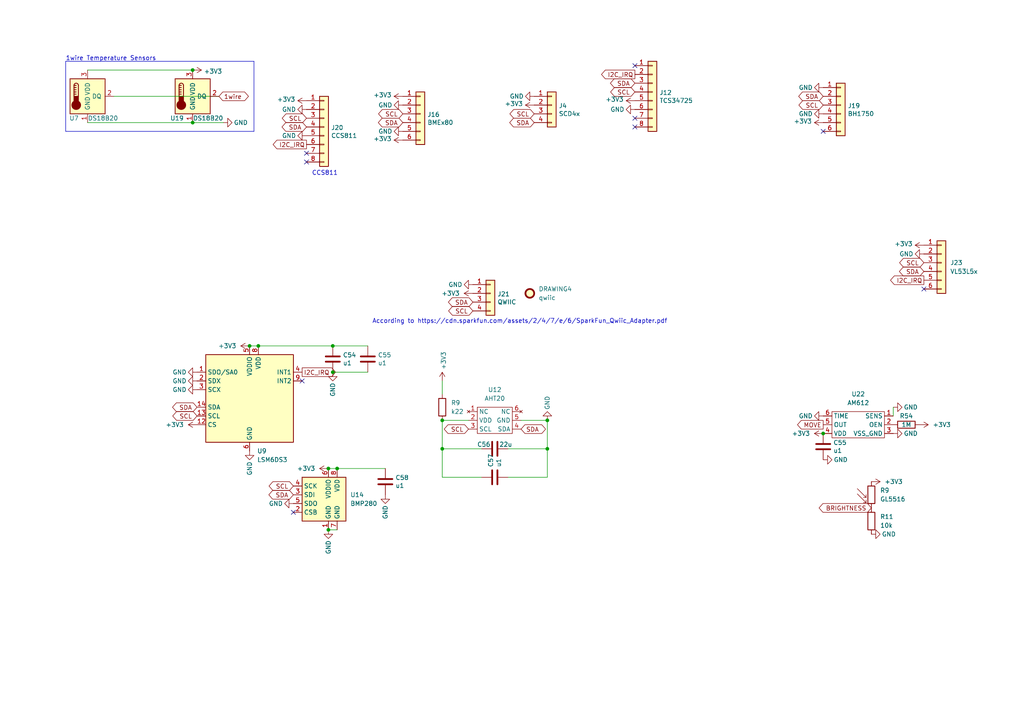
<source format=kicad_sch>
(kicad_sch (version 20231120) (generator "eeschema") (generator_version "8.0")
  (paper "A4")
  (lib_symbols
    (symbol "Connector_Generic:Conn_01x04" (pin_names (offset 1.016) hide)
      (property "Reference" "J" (at 0 5.08 0))
      (property "Value" "Conn_01x04" (at 0 -7.62 0))
      (symbol "Conn_01x04_1_1"
        (rectangle (start -1.27 -4.953) (end 0 -5.207) (stroke (width 0.1524)))
        (rectangle (start -1.27 -2.413) (end 0 -2.667) (stroke (width 0.1524)))
        (rectangle (start -1.27 0.127) (end 0 -0.127) (stroke (width 0.1524)))
        (rectangle (start -1.27 2.667) (end 0 2.413) (stroke (width 0.1524)))
        (rectangle (start -1.27 3.81) (end 1.27 -6.35) (stroke (width 0.254)) (fill (type background)))
        (pin passive line (at -5.08 2.54 0) (length 3.81) (name "Pin_1") (number "1"))
        (pin passive line (at -5.08 0 0) (length 3.81) (name "Pin_2") (number "2"))
        (pin passive line (at -5.08 -2.54 0) (length 3.81) (name "Pin_3") (number "3"))
        (pin passive line (at -5.08 -5.08 0) (length 3.81) (name "Pin_4") (number "4"))
      )
    )
    (symbol "Connector_Generic:Conn_01x06" (pin_names (offset 1.016) hide)
      (property "Reference" "J" (at 0 7.62 0))
      (property "Value" "Conn_01x06" (at 0 -10.16 0))
      (symbol "Conn_01x06_1_1"
        (rectangle (start -1.27 -7.493) (end 0 -7.747) (stroke (width 0.1524)))
        (rectangle (start -1.27 -4.953) (end 0 -5.207) (stroke (width 0.1524)))
        (rectangle (start -1.27 -2.413) (end 0 -2.667) (stroke (width 0.1524)))
        (rectangle (start -1.27 0.127) (end 0 -0.127) (stroke (width 0.1524)))
        (rectangle (start -1.27 2.667) (end 0 2.413) (stroke (width 0.1524)))
        (rectangle (start -1.27 5.207) (end 0 4.953) (stroke (width 0.1524)))
        (rectangle (start -1.27 6.35) (end 1.27 -8.89) (stroke (width 0.254)) (fill (type background)))
        (pin passive line (at -5.08 5.08 0) (length 3.81) (name "Pin_1") (number "1"))
        (pin passive line (at -5.08 2.54 0) (length 3.81) (name "Pin_2") (number "2"))
        (pin passive line (at -5.08 0 0) (length 3.81) (name "Pin_3") (number "3"))
        (pin passive line (at -5.08 -2.54 0) (length 3.81) (name "Pin_4") (number "4"))
        (pin passive line (at -5.08 -5.08 0) (length 3.81) (name "Pin_5") (number "5"))
        (pin passive line (at -5.08 -7.62 0) (length 3.81) (name "Pin_6") (number "6"))
      )
    )
    (symbol "Connector_Generic:Conn_01x08" (pin_names (offset 1.016) hide)
      (property "Reference" "J" (at 0 10.16 0))
      (property "Value" "Conn_01x08" (at 0 -12.7 0))
      (symbol "Conn_01x08_1_1"
        (rectangle (start -1.27 -10.033) (end 0 -10.287) (stroke (width 0.1524)))
        (rectangle (start -1.27 -7.493) (end 0 -7.747) (stroke (width 0.1524)))
        (rectangle (start -1.27 -4.953) (end 0 -5.207) (stroke (width 0.1524)))
        (rectangle (start -1.27 -2.413) (end 0 -2.667) (stroke (width 0.1524)))
        (rectangle (start -1.27 0.127) (end 0 -0.127) (stroke (width 0.1524)))
        (rectangle (start -1.27 2.667) (end 0 2.413) (stroke (width 0.1524)))
        (rectangle (start -1.27 5.207) (end 0 4.953) (stroke (width 0.1524)))
        (rectangle (start -1.27 7.747) (end 0 7.493) (stroke (width 0.1524)))
        (rectangle (start -1.27 8.89) (end 1.27 -11.43) (stroke (width 0.254)) (fill (type background)))
        (pin passive line (at -5.08 7.62 0) (length 3.81) (name "Pin_1") (number "1"))
        (pin passive line (at -5.08 5.08 0) (length 3.81) (name "Pin_2") (number "2"))
        (pin passive line (at -5.08 2.54 0) (length 3.81) (name "Pin_3") (number "3"))
        (pin passive line (at -5.08 0 0) (length 3.81) (name "Pin_4") (number "4"))
        (pin passive line (at -5.08 -2.54 0) (length 3.81) (name "Pin_5") (number "5"))
        (pin passive line (at -5.08 -5.08 0) (length 3.81) (name "Pin_6") (number "6"))
        (pin passive line (at -5.08 -7.62 0) (length 3.81) (name "Pin_7") (number "7"))
        (pin passive line (at -5.08 -10.16 0) (length 3.81) (name "Pin_8") (number "8"))
      )
    )
    (symbol "Device:C" (pin_numbers hide) (pin_names (offset 0.254))
      (property "Reference" "C" (at 0.635 2.54 0))
      (property "Value" "C" (at 0.635 -2.54 0))
      (symbol "C_0_1"
        (polyline (pts (xy -2.032 -0.762) (xy 2.032 -0.762)) (stroke (width 0.508)))
        (polyline (pts (xy -2.032 0.762) (xy 2.032 0.762)) (stroke (width 0.508)))
      )
      (symbol "C_1_1"
        (pin passive line (at 0 3.81 270) (length 2.794) (name "~") (number "1"))
        (pin passive line (at 0 -3.81 90) (length 2.794) (name "~") (number "2"))
      )
    )
    (symbol "Device:R" (pin_numbers hide) (pin_names (offset 0))
      (property "Reference" "R" (at 2.032 0 90))
      (property "Value" "R" (at 0 0 90))
      (symbol "R_0_1"
        (rectangle (start -1.016 -2.54) (end 1.016 2.54) (stroke (width 0.254)))
      )
      (symbol "R_1_1"
        (pin passive line (at 0 3.81 270) (length 1.27) (name "~") (number "1"))
        (pin passive line (at 0 -3.81 90) (length 1.27) (name "~") (number "2"))
      )
    )
    (symbol "Device:R_Photo" (pin_numbers hide) (pin_names (offset 0))
      (property "Reference" "R" (at 1.27 1.27 0))
      (property "Value" "R_Photo" (at 1.27 0 0))
      (symbol "R_Photo_0_1"
        (rectangle (start -1.016 2.54) (end 1.016 -2.54) (stroke (width 0.254)))
        (polyline (pts (xy -1.524 -2.286) (xy -4.064 0.254)))
        (polyline (pts (xy -1.524 -2.286) (xy -2.286 -2.286)))
        (polyline (pts (xy -1.524 -2.286) (xy -1.524 -1.524)))
        (polyline (pts (xy -1.524 -0.762) (xy -4.064 1.778)))
        (polyline (pts (xy -1.524 -0.762) (xy -2.286 -0.762)))
        (polyline (pts (xy -1.524 -0.762) (xy -1.524 0)))
      )
      (symbol "R_Photo_1_1"
        (pin passive line (at 0 3.81 270) (length 1.27) (name "~") (number "1"))
        (pin passive line (at 0 -3.81 90) (length 1.27) (name "~") (number "2"))
      )
    )
    (symbol "Mechanical:Fiducial" (exclude_from_sim yes) (in_bom no)
      (property "Reference" "FID" (at 0 5.08 0))
      (property "Value" "Fiducial" (at 0 3.175 0))
      (symbol "Fiducial_0_1"
        (circle (center 0 0) (radius 1.27) (stroke (width 0.508)) (fill (type background)))
      )
    )
    (symbol "Sensor_Motion:LSM6DS3"
      (property "Reference" "U" (at -11.43 15.24 0))
      (property "Value" "LSM6DS3" (at -11.43 12.7 0))
      (symbol "LSM6DS3_0_1"
        (rectangle (start -12.7 12.7) (end 12.7 -12.7) (stroke (width 0.254)) (fill (type background)))
      )
      (symbol "LSM6DS3_1_1"
        (pin bidirectional line (at -15.24 7.62 0) (length 2.54) (name "SDO/SA0") (number "1"))
        (pin no_connect line (at 12.7 -5.08 180) (length 3.81) hide (name "NC") (number "10"))
        (pin no_connect line (at 12.7 -2.54 180) (length 3.81) hide (name "NC") (number "11"))
        (pin input line (at -15.24 -7.62 0) (length 2.54) (name "CS") (number "12"))
        (pin input line (at -15.24 -5.08 0) (length 2.54) (name "SCL") (number "13"))
        (pin bidirectional line (at -15.24 -2.54 0) (length 2.54) (name "SDA") (number "14"))
        (pin bidirectional line (at -15.24 5.08 0) (length 2.54) (name "SDX") (number "2"))
        (pin input line (at -15.24 2.54 0) (length 2.54) (name "SCX") (number "3"))
        (pin output line (at 15.24 7.62 180) (length 2.54) (name "INT1") (number "4"))
        (pin power_in line (at 0 15.24 270) (length 2.54) (name "VDDIO") (number "5"))
        (pin power_in line (at 0 -15.24 90) (length 2.54) (name "GND") (number "6"))
        (pin passive line (at 0 -15.24 90) (length 2.54) hide (name "GND") (number "7"))
        (pin power_in line (at 2.54 15.24 270) (length 2.54) (name "VDD") (number "8"))
        (pin output line (at 15.24 5.08 180) (length 2.54) (name "INT2") (number "9"))
      )
    )
    (symbol "Sensor_Pressure:BMP280"
      (property "Reference" "U" (at -7.62 10.16 0))
      (property "Value" "BMP280" (at 5.08 10.16 0))
      (symbol "BMP280_0_1"
        (rectangle (start -7.62 -5.08) (end 5.08 7.62) (stroke (width 0.254)) (fill (type background)))
      )
      (symbol "BMP280_1_1"
        (pin power_in line (at 0 -7.62 90) (length 2.54) (name "GND") (number "1"))
        (pin input line (at -10.16 -2.54 0) (length 2.54) (name "CSB") (number "2"))
        (pin bidirectional line (at -10.16 2.54 0) (length 2.54) (name "SDI") (number "3"))
        (pin input line (at -10.16 5.08 0) (length 2.54) (name "SCK") (number "4"))
        (pin bidirectional line (at -10.16 0 0) (length 2.54) (name "SDO") (number "5"))
        (pin power_in line (at 0 10.16 270) (length 2.54) (name "VDDIO") (number "6"))
        (pin power_in line (at 2.54 -7.62 90) (length 2.54) (name "GND") (number "7"))
        (pin power_in line (at 2.54 10.16 270) (length 2.54) (name "VDD") (number "8"))
      )
    )
    (symbol "Sensor_Temperature:DS18B20" (pin_names (offset 1.016))
      (property "Reference" "U" (at -3.81 6.35 0))
      (property "Value" "DS18B20" (at 6.35 6.35 0))
      (symbol "DS18B20_0_1"
        (rectangle (start -5.08 5.08) (end 5.08 -5.08) (stroke (width 0.254)) (fill (type background)))
        (circle (center -3.302 -2.54) (radius 1.27) (stroke (width 0.254)) (fill (type outline)))
        (rectangle (start -2.667 -1.905) (end -3.937 0) (stroke (width 0.254)) (fill (type outline)))
        (arc (start -2.667 3.175) (mid -3.302 3.8073) (end -3.937 3.175) (stroke (width 0.254)))
        (polyline (pts (xy -3.937 0.635) (xy -3.302 0.635)) (stroke (width 0.254)))
        (polyline (pts (xy -3.937 1.27) (xy -3.302 1.27)) (stroke (width 0.254)))
        (polyline (pts (xy -3.937 1.905) (xy -3.302 1.905)) (stroke (width 0.254)))
        (polyline (pts (xy -3.937 2.54) (xy -3.302 2.54)) (stroke (width 0.254)))
        (polyline (pts (xy -3.937 3.175) (xy -3.937 0)) (stroke (width 0.254)))
        (polyline (pts (xy -3.937 3.175) (xy -3.302 3.175)) (stroke (width 0.254)))
        (polyline (pts (xy -2.667 3.175) (xy -2.667 0)) (stroke (width 0.254)))
      )
      (symbol "DS18B20_1_1"
        (pin power_in line (at 0 -7.62 90) (length 2.54) (name "GND") (number "1"))
        (pin bidirectional line (at 7.62 0 180) (length 2.54) (name "DQ") (number "2"))
        (pin power_in line (at 0 7.62 270) (length 2.54) (name "VDD") (number "3"))
      )
    )
    (symbol "liebler_SEMICONDUCTORS:AHT21"
      (property "Reference" "U" (at 0 7.62 0))
      (property "Value" "AHT21" (at 0 5.08 0))
      (symbol "AHT21_0_1"
        (rectangle (start -5.08 3.81) (end 5.08 -3.81))
      )
      (symbol "AHT21_1_1"
        (pin no_connect line (at -7.62 2.54 0) (length 2.54) (name "NC") (number "1"))
        (pin power_in line (at -7.62 0 0) (length 2.54) (name "VDD") (number "2"))
        (pin bidirectional line (at -7.62 -2.54 0) (length 2.54) (name "SCL") (number "3"))
        (pin bidirectional line (at 7.62 -2.54 180) (length 2.54) (name "SDA") (number "4"))
        (pin power_in line (at 7.62 0 180) (length 2.54) (name "GND") (number "5"))
        (pin no_connect line (at 7.62 2.54 180) (length 2.54) (name "NC") (number "6"))
      )
    )
    (symbol "liebler_SEMICONDUCTORS:AM612"
      (property "Reference" "U" (at 0 7.62 0))
      (property "Value" "AM612" (at 0 5.08 0))
      (symbol "AM612_0_1"
        (rectangle (start -7.62 3.81) (end 7.62 -3.81))
      )
      (symbol "AM612_1_1"
        (pin input line (at 10.16 2.54 180) (length 2.54) (name "SENS") (number "1"))
        (pin input line (at 10.16 0 180) (length 2.54) (name "OEN") (number "2"))
        (pin power_in line (at 10.16 -2.54 180) (length 2.54) (name "VSS_GND") (number "3"))
        (pin power_in line (at -10.16 -2.54 0) (length 2.54) (name "VDD") (number "4"))
        (pin output line (at -10.16 0 0) (length 2.54) (name "OUT") (number "5"))
        (pin input line (at -10.16 2.54 0) (length 2.54) (name "TIME") (number "6"))
      )
    )
    (symbol "power:+3V3" (power) (pin_names (offset 0))
      (property "Value" "+3V3" (at 0 3.556 0))
      (symbol "+3V3_0_1"
        (polyline (pts (xy -0.762 1.27) (xy 0 2.54)))
        (polyline (pts (xy 0 0) (xy 0 2.54)))
        (polyline (pts (xy 0 2.54) (xy 0.762 1.27)))
      )
      (symbol "+3V3_1_1"
        (pin power_in line (at 0 0 90) (length 0) hide (name "+3V3") (number "1"))
      )
    )
    (symbol "power:GND" (power) (pin_names (offset 0))
      (property "Value" "GND" (at 0 -3.81 0))
      (symbol "GND_0_1"
        (polyline (pts (xy 0 0) (xy 0 -1.27) (xy 1.27 -1.27) (xy 0 -2.54) (xy -1.27 -1.27) (xy 0 -1.27)))
      )
      (symbol "GND_1_1"
        (pin power_in line (at 0 0 270) (length 0) hide (name "GND") (number "1"))
      )
    )
  )
  (junction (at 158.75 130.175))
  (junction (at 95.25 135.89))
  (junction (at 72.39 100.33))
  (junction (at 55.88 35.56))
  (junction (at 74.93 100.33))
  (junction (at 55.88 20.32))
  (junction (at 96.52 100.33))
  (junction (at 238.76 125.73))
  (junction (at 96.52 107.95))
  (junction (at 128.27 121.92))
  (junction (at 128.27 130.175))
  (junction (at 97.79 135.89))
  (junction (at 95.25 153.67))
  (junction (at 158.75 121.92))
  (no_connect (at 238.76 38.1))
  (no_connect (at 87.63 110.49))
  (no_connect (at 184.15 19.05))
  (no_connect (at 184.15 36.83))
  (no_connect (at 85.09 148.59))
  (no_connect (at 88.9 44.45))
  (no_connect (at 88.9 46.99))
  (no_connect (at 267.97 83.82))
  (no_connect (at 184.15 34.29))
  (wire (pts (xy 72.39 100.33) (xy 74.93 100.33)))
  (wire (pts (xy 74.93 100.33) (xy 96.52 100.33)))
  (wire (pts (xy 25.4 20.32) (xy 55.88 20.32)))
  (wire (pts (xy 147.32 138.43) (xy 158.75 138.43)))
  (wire (pts (xy 96.52 107.95) (xy 106.68 107.95)))
  (polyline (pts (xy 73.66 38.1) (xy 19.05 38.1)))
  (polyline (pts (xy 19.05 38.1) (xy 19.05 17.78)))
  (wire (pts (xy 128.27 130.175) (xy 139.7 130.175)))
  (wire (pts (xy 33.02 27.94) (xy 63.5 27.94)))
  (wire (pts (xy 95.25 153.67) (xy 97.79 153.67)))
  (wire (pts (xy 97.79 135.89) (xy 111.76 135.89)))
  (wire (pts (xy 128.27 121.92) (xy 128.27 130.175)))
  (wire (pts (xy 259.08 118.11) (xy 259.08 120.65)))
  (wire (pts (xy 139.7 138.43) (xy 128.27 138.43)))
  (wire (pts (xy 158.75 121.92) (xy 158.75 130.175)))
  (wire (pts (xy 135.89 121.92) (xy 128.27 121.92)))
  (wire (pts (xy 128.27 130.175) (xy 128.27 138.43)))
  (wire (pts (xy 151.13 121.92) (xy 158.75 121.92)))
  (wire (pts (xy 95.25 135.89) (xy 97.79 135.89)))
  (wire (pts (xy 158.75 130.175) (xy 147.32 130.175)))
  (wire (pts (xy 158.75 130.175) (xy 158.75 138.43)))
  (polyline (pts (xy 19.05 17.78) (xy 73.66 17.78)))
  (wire (pts (xy 25.4 35.56) (xy 55.88 35.56)))
  (wire (pts (xy 64.77 35.56) (xy 55.88 35.56)))
  (wire (pts (xy 128.27 110.49) (xy 128.27 114.3)))
  (wire (pts (xy 96.52 100.33) (xy 106.68 100.33)))
  (polyline (pts (xy 73.66 17.78) (xy 73.66 38.1)))
  (text "According to https://cdn.sparkfun.com/assets/2/4/7/e/6/SparkFun_Qwiic_Adapter.pdf" (at 107.95 93.98 0) (effects (font (size 1.27 1.27)) (justify left bottom)))
  (text "CCS811" (at 94.234 50.292 0) (effects (font (size 1.27 1.27))))
  (text "1wire Temperature Sensors" (at 19.05 17.78 0) (effects (font (size 1.27 1.27)) (justify left bottom)))
  (global_label "SCL" (shape bidirectional) (at 267.97 76.2 180) (property "Intersheetrefs" "${INTERSHEET_REFS}" (effects (hide yes))))
  (global_label "SCL" (shape bidirectional) (at 85.09 140.97 180) (property "Intersheetrefs" "${INTERSHEET_REFS}" (effects (hide yes))))
  (global_label "SCL" (shape bidirectional) (at 154.94 33.02 180) (property "Intersheetrefs" "${INTERSHEET_REFS}" (effects (hide yes))))
  (global_label "SCL" (shape bidirectional) (at 116.84 33.02 180) (property "Intersheetrefs" "${INTERSHEET_REFS}" (effects (hide yes))))
  (global_label "SDA" (shape bidirectional) (at 184.15 24.13 180) (property "Intersheetrefs" "${INTERSHEET_REFS}" (effects (hide yes))))
  (global_label "MOVE" (shape output) (at 238.76 123.19 180) (property "Intersheetrefs" "${INTERSHEET_REFS}" (effects (hide yes))))
  (global_label "SDA" (shape bidirectional) (at 151.13 124.46 0) (property "Intersheetrefs" "${INTERSHEET_REFS}" (effects (hide yes))))
  (global_label "SCL" (shape bidirectional) (at 238.76 30.48 180) (property "Intersheetrefs" "${INTERSHEET_REFS}" (effects (hide yes))))
  (global_label "I2C_IRQ" (shape output) (at 87.63 107.95 0) (property "Intersheetrefs" "${INTERSHEET_REFS}" (effects (hide yes))))
  (global_label "SDA" (shape bidirectional) (at 154.94 35.56 180) (property "Intersheetrefs" "${INTERSHEET_REFS}" (effects (hide yes))))
  (global_label "SCL" (shape bidirectional) (at 184.15 26.67 180) (property "Intersheetrefs" "${INTERSHEET_REFS}" (effects (hide yes))))
  (global_label "SCL" (shape bidirectional) (at 88.9 34.29 180) (property "Intersheetrefs" "${INTERSHEET_REFS}" (effects (hide yes))))
  (global_label "SDA" (shape bidirectional) (at 267.97 78.74 180) (property "Intersheetrefs" "${INTERSHEET_REFS}" (effects (hide yes))))
  (global_label "SDA" (shape bidirectional) (at 238.76 27.94 180) (property "Intersheetrefs" "${INTERSHEET_REFS}" (effects (hide yes))))
  (global_label "BRIGHTNESS" (shape bidirectional) (at 252.73 147.32 180) (property "Intersheetrefs" "${INTERSHEET_REFS}" (effects (hide yes))))
  (global_label "SCL" (shape bidirectional) (at 137.16 90.17 180) (property "Intersheetrefs" "${INTERSHEET_REFS}" (effects (hide yes))))
  (global_label "SCL" (shape bidirectional) (at 57.15 120.65 180) (property "Intersheetrefs" "${INTERSHEET_REFS}" (effects (hide yes))))
  (global_label "SDA" (shape bidirectional) (at 85.09 143.51 180) (property "Intersheetrefs" "${INTERSHEET_REFS}" (effects (hide yes))))
  (global_label "SDA" (shape bidirectional) (at 137.16 87.63 180) (property "Intersheetrefs" "${INTERSHEET_REFS}" (effects (hide yes))))
  (global_label "1wire" (shape bidirectional) (at 63.5 27.94 0) (property "Intersheetrefs" "${INTERSHEET_REFS}" (effects (hide yes))))
  (global_label "SDA" (shape bidirectional) (at 88.9 36.83 180) (property "Intersheetrefs" "${INTERSHEET_REFS}" (effects (hide yes))))
  (global_label "SDA" (shape bidirectional) (at 57.15 118.11 180) (property "Intersheetrefs" "${INTERSHEET_REFS}" (effects (hide yes))))
  (global_label "SDA" (shape bidirectional) (at 116.84 35.56 180) (property "Intersheetrefs" "${INTERSHEET_REFS}" (effects (hide yes))))
  (global_label "SCL" (shape bidirectional) (at 135.89 124.46 180) (property "Intersheetrefs" "${INTERSHEET_REFS}" (effects (hide yes))))
  (global_label "I2C_IRQ" (shape output) (at 184.15 21.59 180) (property "Intersheetrefs" "${INTERSHEET_REFS}" (effects (hide yes))))
  (global_label "I2C_IRQ" (shape output) (at 88.9 41.91 180) (property "Intersheetrefs" "${INTERSHEET_REFS}" (effects (hide yes))))
  (global_label "I2C_IRQ" (shape output) (at 267.97 81.28 180) (property "Intersheetrefs" "${INTERSHEET_REFS}" (effects (hide yes))))
  (symbol (lib_id "Connector_Generic:Conn_01x04") (at 160.02 30.48 0) (unit 1)
    (property "Reference" "J4" (at 162.052 30.6832 0) (effects (justify left)))
    (property "Value" "SCD4x" (at 162.052 32.9946 0) (effects (justify left)))
    (property "Footprint" "Connector_PinSocket_2.54mm:PinSocket_1x04_P2.54mm_Vertical" (effects (hide yes)))
  )
  (symbol (lib_id "power:GND") (at 57.15 107.95 270) (unit 1)
    (property "Reference" "#PWR0142" (effects (hide yes)))
    (property "Value" "GND" (at 52.07 107.95 90))
  )
  (symbol (lib_id "Device:C") (at 238.76 129.54 180) (unit 1)
    (property "Reference" "C55" (at 241.681 128.3716 0) (effects (justify right)))
    (property "Value" "u1" (at 241.681 130.683 0) (effects (justify right)))
    (property "Footprint" "Capacitor_SMD:C_0603_1608Metric" (effects (hide yes)))
    (property "Option" "MS4525DO" (effects (hide yes)))
    (instances (project "pcbV10" (path "" (reference "C55") (unit 1))) (project "labathome_pcb15" (path "" (reference "C60") (unit 1))))
  )
  (symbol (lib_id "power:GND") (at 88.9 39.37 270) (unit 1)
    (property "Reference" "#PWR0159" (effects (hide yes)))
    (property "Value" "GND" (at 83.82 39.37 90))
  )
  (symbol (lib_id "power:+3V3") (at 266.7 123.19 270) (unit 1)
    (property "Reference" "#PWR0180" (effects (hide yes)))
    (property "Value" "+3V3" (at 270.51 123.19 90) (effects (justify left)))
    (instances (project "pcbV10" (path "" (reference "#PWR0180") (unit 1))) (project "labathome_pcb15" (path "" (reference "#PWR0152") (unit 1))))
  )
  (symbol (lib_id "power:+3V3") (at 72.39 100.33 90) (unit 1)
    (property "Reference" "#PWR0140" (effects (hide yes)))
    (property "Value" "+3V3" (at 68.58 100.33 90) (effects (justify left)))
  )
  (symbol (lib_id "power:+3V3") (at 252.73 139.7 270) (unit 1)
    (property "Reference" "#PWR0194" (effects (hide yes)))
    (property "Value" "+3V3" (at 256.54 139.7 90) (effects (justify left)))
  )
  (symbol (lib_id "power:GND") (at 57.15 113.03 270) (unit 1)
    (property "Reference" "#PWR0144" (effects (hide yes)))
    (property "Value" "GND" (at 52.07 113.03 90))
  )
  (symbol (lib_id "power:GND") (at 116.84 30.48 270) (unit 1)
    (property "Reference" "#PWR040" (effects (hide yes)))
    (property "Value" "GND" (at 111.76 30.48 90))
    (instances (project "pcbV10" (path "" (reference "#PWR040") (unit 1))) (project "labathome_pcb15" (path "" (reference "#PWR0130") (unit 1))))
  )
  (symbol (lib_id "power:GND") (at 259.08 118.11 90) (unit 1)
    (property "Reference" "#PWR0179" (effects (hide yes)))
    (property "Value" "GND" (at 264.16 118.11 90))
    (instances (project "pcbV10" (path "" (reference "#PWR0179") (unit 1))) (project "labathome_pcb15" (path "" (reference "#PWR0150") (unit 1))))
  )
  (symbol (lib_id "power:+3V3") (at 137.16 85.09 90) (unit 1)
    (property "Reference" "#PWR054" (effects (hide yes)))
    (property "Value" "+3V3" (at 133.35 85.09 90) (effects (justify left)))
    (instances (project "pcbV10" (path "" (reference "#PWR054") (unit 1))) (project "labathome_pcb15" (path "" (reference "#PWR0132") (unit 1))))
  )
  (symbol (lib_id "Device:C") (at 143.51 138.43 270) (unit 1)
    (property "Reference" "C57" (at 142.3416 135.509 0) (effects (justify right)))
    (property "Value" "u1" (at 144.653 135.509 0) (effects (justify right)))
    (property "Footprint" "Capacitor_SMD:C_0402_1005Metric" (effects (hide yes)))
    (property "Option" "MS4525DO" (effects (hide yes)))
  )
  (symbol (lib_id "Sensor_Pressure:BMP280") (at 95.25 146.05 0) (unit 1)
    (property "Reference" "U14" (at 101.6 143.5099 0) (effects (justify left)))
    (property "Value" "BMP280" (at 101.6 146.0499 0) (effects (justify left)))
    (property "Footprint" "Package_LGA:Bosch_LGA-8_2x2.5mm_P0.65mm_ClockwisePinNumbering" (effects (hide yes)))
    (property "Datasheet" "https://ae-bst.resource.bosch.com/media/_tech/media/datasheets/BST-BMP280-DS001.pdf" (effects (hide yes)))
    (property "Description" "Absolute Barometric Pressure Sensor, LGA-8" (effects (hide yes)))
  )
  (symbol (lib_id "power:GND") (at 72.39 130.81 0) (unit 1)
    (property "Reference" "#PWR0108" (effects (hide yes)))
    (property "Value" "GND" (at 72.39 135.89 90))
  )
  (symbol (lib_id "power:+3V3") (at 55.88 20.32 270) (unit 1)
    (property "Reference" "#PWR017" (effects (hide yes)))
    (property "Value" "+3V3" (at 59.1312 20.701 90) (effects (justify left)))
    (instances (project "pcbV10" (path "" (reference "#PWR017") (unit 1))) (project "labathome_pcb15" (path "" (reference "#PWR0120") (unit 1))))
  )
  (symbol (lib_id "power:GND") (at 238.76 133.35 90) (unit 1)
    (property "Reference" "#PWR068" (effects (hide yes)))
    (property "Value" "GND" (at 243.84 133.35 90))
    (instances (project "pcbV10" (path "" (reference "#PWR068") (unit 1))) (project "labathome_pcb15" (path "" (reference "#PWR0149") (unit 1))))
  )
  (symbol (lib_id "Device:C") (at 106.68 104.14 180) (unit 1)
    (property "Reference" "C55" (at 109.601 102.9716 0) (effects (justify right)))
    (property "Value" "u1" (at 109.601 105.283 0) (effects (justify right)))
    (property "Footprint" "Capacitor_SMD:C_0402_1005Metric" (effects (hide yes)))
    (property "Option" "MS4525DO" (effects (hide yes)))
  )
  (symbol (lib_id "power:+3V3") (at 116.84 27.94 90) (unit 1)
    (property "Reference" "#PWR039" (effects (hide yes)))
    (property "Value" "+3V3" (at 113.5888 27.559 90) (effects (justify left)))
    (instances (project "pcbV10" (path "" (reference "#PWR039") (unit 1))) (project "labathome_pcb15" (path "" (reference "#PWR0129") (unit 1))))
  )
  (symbol (lib_id "Device:C") (at 111.76 139.7 180) (unit 1)
    (property "Reference" "C58" (at 114.681 138.5316 0) (effects (justify right)))
    (property "Value" "u1" (at 114.681 140.843 0) (effects (justify right)))
    (property "Footprint" "Capacitor_SMD:C_0402_1005Metric" (effects (hide yes)))
    (property "Option" "MS4525DO" (effects (hide yes)))
  )
  (symbol (lib_id "power:+3V3") (at 95.25 135.89 90) (unit 1)
    (property "Reference" "#PWR0168" (effects (hide yes)))
    (property "Value" "+3V3" (at 91.44 135.89 90) (effects (justify left)))
  )
  (symbol (lib_id "power:GND") (at 238.76 120.65 270) (unit 1)
    (property "Reference" "#PWR0178" (effects (hide yes)))
    (property "Value" "GND" (at 233.68 120.65 90))
    (instances (project "pcbV10" (path "" (reference "#PWR0178") (unit 1))) (project "labathome_pcb15" (path "" (reference "#PWR0147") (unit 1))))
  )
  (symbol (lib_id "Connector_Generic:Conn_01x06") (at 121.92 33.02 0) (unit 1)
    (property "Reference" "J16" (at 123.952 33.2232 0) (effects (justify left)))
    (property "Value" "BMEx80" (at 123.952 35.5346 0) (effects (justify left)))
    (property "Footprint" "Connector_PinSocket_2.54mm:PinSocket_1x06_P2.54mm_Vertical" (effects (hide yes)))
    (instances (project "pcbV10" (path "" (reference "J16") (unit 1))) (project "labathome_pcb15" (path "" (reference "J10") (unit 1))))
  )
  (symbol (lib_id "Connector_Generic:Conn_01x06") (at 243.84 30.48 0) (unit 1)
    (property "Reference" "J19" (at 245.872 30.6832 0) (effects (justify left)))
    (property "Value" "BH1750" (at 245.872 32.9946 0) (effects (justify left)))
    (property "Footprint" "Connector_PinSocket_2.54mm:PinSocket_1x06_P2.54mm_Vertical" (effects (hide yes)))
  )
  (symbol (lib_id "Device:R") (at 128.27 118.11 0) (unit 1)
    (property "Reference" "R9" (at 130.81 116.8399 0) (effects (justify left)))
    (property "Value" "k22" (at 130.81 119.3799 0) (effects (justify left)))
    (property "Footprint" "Resistor_SMD:R_0402_1005Metric" (effects (hide yes)))
    (property "Description" "Resistor" (effects (hide yes)))
  )
  (symbol (lib_id "power:+3V3") (at 154.94 30.48 90) (unit 1)
    (property "Reference" "#PWR060" (effects (hide yes)))
    (property "Value" "+3V3" (at 151.6888 30.099 90) (effects (justify left)))
  )
  (symbol (lib_id "Connector_Generic:Conn_01x08") (at 93.98 36.83 0) (unit 1)
    (property "Reference" "J20" (at 96.012 37.0332 0) (effects (justify left)))
    (property "Value" "CCS811" (at 96.012 39.3446 0) (effects (justify left)))
    (property "Footprint" "Connector_PinSocket_2.54mm:PinSocket_1x08_P2.54mm_Vertical" (effects (hide yes)))
  )
  (symbol (lib_id "liebler_SEMICONDUCTORS:AM612") (at 248.92 123.19 0) (unit 1)
    (property "Reference" "U22" (at 248.92 114.3 0))
    (property "Value" "AM612" (at 248.92 116.84 0))
    (property "Footprint" "liebler_SEMICONDUCTORS:AM612" (effects (hide yes)))
  )
  (symbol (lib_id "Mechanical:Fiducial") (at 153.67 85.09 0) (unit 1) (exclude_from_sim yes) (in_bom no)
    (property "Reference" "DRAWING4" (at 156.21 83.8199 0) (effects (justify left)))
    (property "Value" "qwiic" (at 156.21 86.3599 0) (effects (justify left)))
    (property "Footprint" "liebler_DRAWINGS:qwiic" (effects (hide yes)))
    (property "Description" "Fiducial Marker" (effects (hide yes)))
  )
  (symbol (lib_id "power:+3V3") (at 88.9 29.21 90) (unit 1)
    (property "Reference" "#PWR0145" (effects (hide yes)))
    (property "Value" "+3V3" (at 85.6488 28.829 90) (effects (justify left)))
  )
  (symbol (lib_id "power:GND") (at 116.84 38.1 270) (unit 1)
    (property "Reference" "#PWR0138" (effects (hide yes)))
    (property "Value" "GND" (at 111.76 38.1 90))
  )
  (symbol (lib_id "Connector_Generic:Conn_01x04") (at 142.24 85.09 0) (unit 1)
    (property "Reference" "J21" (at 144.272 85.2932 0) (effects (justify left)))
    (property "Value" "QWIIC" (at 144.272 87.6046 0) (effects (justify left)))
    (property "Footprint" "Connector_JST:JST_SH_SM04B-SRSS-TB_1x04-1MP_P1.00mm_Horizontal" (effects (hide yes)))
    (instances (project "pcbV10" (path "" (reference "J21") (unit 1))) (project "labathome_pcb15" (path "" (reference "J11") (unit 1))))
  )
  (symbol (lib_id "power:+3V3") (at 238.76 35.56 90) (unit 1)
    (property "Reference" "#PWR0197" (effects (hide yes)))
    (property "Value" "+3V3" (at 235.5088 35.179 90) (effects (justify left)))
  )
  (symbol (lib_id "Device:C") (at 143.51 130.175 90) (unit 1)
    (property "Reference" "C56" (at 140.335 128.905 90))
    (property "Value" "22u" (at 146.685 128.905 90))
    (property "Footprint" "Capacitor_SMD:C_0603_1608Metric" (effects (hide yes)))
  )
  (symbol (lib_id "liebler_SEMICONDUCTORS:AHT21") (at 143.51 121.92 0) (unit 1)
    (property "Reference" "U12" (at 143.51 113.03 0))
    (property "Value" "AHT20" (at 143.51 115.57 0))
    (property "Footprint" "liebler_SEMICONDUCTORS:AHT21" (effects (hide yes)))
  )
  (symbol (lib_id "power:GND") (at 64.77 35.56 90) (unit 1)
    (property "Reference" "#PWR035" (effects (hide yes)))
    (property "Value" "GND" (at 69.85 35.56 90))
    (instances (project "pcbV10" (path "" (reference "#PWR035") (unit 1))) (project "labathome_pcb15" (path "" (reference "#PWR0123") (unit 1))))
  )
  (symbol (lib_id "Connector_Generic:Conn_01x08") (at 189.23 26.67 0) (unit 1)
    (property "Reference" "J12" (at 191.262 26.8732 0) (effects (justify left)))
    (property "Value" "TCS34725" (at 191.262 29.1846 0) (effects (justify left)))
    (property "Footprint" "Connector_PinSocket_2.54mm:PinSocket_1x08_P2.54mm_Vertical" (effects (hide yes)))
  )
  (symbol (lib_id "Device:R_Photo") (at 252.73 143.51 0) (unit 1)
    (property "Reference" "R9" (at 255.27 142.2399 0) (effects (justify left)))
    (property "Value" "GL5516" (at 255.27 144.7799 0) (effects (justify left)))
    (property "Footprint" "OptoDevice:R_LDR_5.1x4.3mm_P3.4mm_Vertical" (effects (hide yes)))
    (instances (project "pcbV10" (path "" (reference "R9") (unit 1))) (project "labathome_pcb15" (path "" (reference "R32") (unit 1))))
  )
  (symbol (lib_id "Device:R") (at 262.89 123.19 270) (unit 1)
    (property "Reference" "R54" (at 262.89 120.65 90))
    (property "Value" "1M" (at 262.89 123.19 90))
    (property "Footprint" "Resistor_SMD:R_0603_1608Metric" (effects (hide yes)))
    (instances (project "pcbV10" (path "" (reference "R54") (unit 1))) (project "labathome_pcb15" (path "" (reference "R53") (unit 1))))
  )
  (symbol (lib_id "power:GND") (at 111.76 143.51 0) (unit 1)
    (property "Reference" "#PWR0170" (effects (hide yes)))
    (property "Value" "GND" (at 111.76 148.59 90))
  )
  (symbol (lib_id "power:+3V3") (at 116.84 40.64 90) (unit 1)
    (property "Reference" "#PWR0139" (effects (hide yes)))
    (property "Value" "+3V3" (at 113.5888 40.259 90) (effects (justify left)))
  )
  (symbol (lib_id "power:+3V3") (at 238.76 125.73 90) (unit 1)
    (property "Reference" "#PWR050" (effects (hide yes)))
    (property "Value" "+3V3" (at 234.95 125.73 90) (effects (justify left)))
    (instances (project "pcbV10" (path "" (reference "#PWR050") (unit 1))) (project "labathome_pcb15" (path "" (reference "#PWR0148") (unit 1))))
  )
  (symbol (lib_id "power:GND") (at 88.9 31.75 270) (unit 1)
    (property "Reference" "#PWR0146" (effects (hide yes)))
    (property "Value" "GND" (at 83.82 31.75 90))
  )
  (symbol (lib_id "power:GND") (at 184.15 31.75 270) (unit 1)
    (property "Reference" "#PWR0134" (effects (hide yes)))
    (property "Value" "GND" (at 179.07 31.75 90))
  )
  (symbol (lib_id "power:GND") (at 85.09 146.05 270) (unit 1)
    (property "Reference" "#PWR0172" (effects (hide yes)))
    (property "Value" "GND" (at 80.01 146.05 90))
  )
  (symbol (lib_id "power:+3V3") (at 184.15 29.21 90) (unit 1)
    (property "Reference" "#PWR0133" (effects (hide yes)))
    (property "Value" "+3V3" (at 180.8988 28.829 90) (effects (justify left)))
  )
  (symbol (lib_id "power:+3V3") (at 128.27 110.49 0) (unit 1)
    (property "Reference" "#PWR0163" (effects (hide yes)))
    (property "Value" "+3V3" (at 128.651 107.2388 90) (effects (justify left)))
  )
  (symbol (lib_id "Device:R") (at 252.73 151.13 0) (unit 1)
    (property "Reference" "R11" (at 255.27 149.8599 0) (effects (justify left)))
    (property "Value" "10k" (at 255.27 152.3999 0) (effects (justify left)))
    (property "Footprint" "Resistor_SMD:R_0402_1005Metric" (effects (hide yes)))
    (property "Description" "Resistor" (effects (hide yes)))
  )
  (symbol (lib_id "power:GND") (at 57.15 110.49 270) (unit 1)
    (property "Reference" "#PWR0143" (effects (hide yes)))
    (property "Value" "GND" (at 52.07 110.49 90))
  )
  (symbol (lib_id "power:GND") (at 259.08 125.73 90) (unit 1)
    (property "Reference" "#PWR049" (effects (hide yes)))
    (property "Value" "GND" (at 264.16 125.73 90))
    (instances (project "pcbV10" (path "" (reference "#PWR049") (unit 1))) (project "labathome_pcb15" (path "" (reference "#PWR0151") (unit 1))))
  )
  (symbol (lib_id "power:GND") (at 96.52 107.95 0) (unit 1)
    (property "Reference" "#PWR0141" (effects (hide yes)))
    (property "Value" "GND" (at 96.52 113.03 90))
  )
  (symbol (lib_id "power:+3V3") (at 57.15 123.19 90) (unit 1)
    (property "Reference" "#PWR0160" (effects (hide yes)))
    (property "Value" "+3V3" (at 53.34 123.19 90) (effects (justify left)))
  )
  (symbol (lib_id "power:GND") (at 238.76 25.4 270) (unit 1)
    (property "Reference" "#PWR0198" (effects (hide yes)))
    (property "Value" "GND" (at 233.68 25.4 90))
  )
  (symbol (lib_id "power:+3V3") (at 267.97 71.12 90) (unit 1)
    (property "Reference" "#PWR0204" (effects (hide yes)))
    (property "Value" "+3V3" (at 264.7188 70.739 90) (effects (justify left)))
  )
  (symbol (lib_id "Sensor_Temperature:DS18B20") (at 55.88 27.94 0) (unit 1)
    (property "Reference" "U19" (at 53.34 34.29 0) (effects (justify right)))
    (property "Value" "DS18B20" (at 64.77 34.29 0) (effects (justify right)))
    (property "Footprint" "Package_TO_SOT_THT:TO-92_HandSolder" (effects (hide yes)))
    (property "Datasheet" "http://datasheets.maximintegrated.com/en/ds/DS18B20.pdf" (effects (hide yes)))
    (instances (project "pcbV10" (path "" (reference "U19") (unit 1))) (project "labathome_pcb15" (path "" (reference "U17") (unit 1))))
  )
  (symbol (lib_id "power:GND") (at 137.16 82.55 270) (unit 1)
    (property "Reference" "#PWR053" (effects (hide yes)))
    (property "Value" "GND" (at 132.08 82.55 90))
    (instances (project "pcbV10" (path "" (reference "#PWR053") (unit 1))) (project "labathome_pcb15" (path "" (reference "#PWR0131") (unit 1))))
  )
  (symbol (lib_id "power:GND") (at 158.75 121.92 180) (unit 1)
    (property "Reference" "#PWR0165" (effects (hide yes)))
    (property "Value" "GND" (at 158.75 116.84 90))
  )
  (symbol (lib_id "Device:C") (at 96.52 104.14 180) (unit 1)
    (property "Reference" "C54" (at 99.441 102.9716 0) (effects (justify right)))
    (property "Value" "u1" (at 99.441 105.283 0) (effects (justify right)))
    (property "Footprint" "Capacitor_SMD:C_0402_1005Metric" (effects (hide yes)))
    (property "Option" "MS4525DO" (effects (hide yes)))
  )
  (symbol (lib_id "Sensor_Temperature:DS18B20") (at 25.4 27.94 0) (unit 1)
    (property "Reference" "U7" (at 22.86 34.29 0) (effects (justify right)))
    (property "Value" "DS18B20" (at 34.29 34.29 0) (effects (justify right)))
    (property "Footprint" "Package_TO_SOT_THT:TO-92_HandSolder" (effects (hide yes)))
    (property "Datasheet" "http://datasheets.maximintegrated.com/en/ds/DS18B20.pdf" (effects (hide yes)))
    (instances (project "pcbV10" (path "" (reference "U7") (unit 1))) (project "labathome_pcb15" (path "" (reference "U13") (unit 1))))
  )
  (symbol (lib_id "power:GND") (at 95.25 153.67 0) (unit 1)
    (property "Reference" "#PWR0166" (effects (hide yes)))
    (property "Value" "GND" (at 95.25 158.75 90))
  )
  (symbol (lib_id "power:GND") (at 238.76 33.02 270) (unit 1)
    (property "Reference" "#PWR0196" (effects (hide yes)))
    (property "Value" "GND" (at 233.68 33.02 90))
  )
  (symbol (lib_id "Connector_Generic:Conn_01x06") (at 273.05 76.2 0) (unit 1)
    (property "Reference" "J23" (at 275.59 76.1999 0) (effects (justify left)))
    (property "Value" "VL53L5x" (at 275.59 78.7399 0) (effects (justify left)))
    (property "Footprint" "Connector_PinSocket_2.54mm:PinSocket_1x06_P2.54mm_Vertical" (effects (hide yes)))
    (property "Description" "Generic connector, single row, 01x06, script generated (kicad-library-utils/schlib/autogen/connector/)" (effects (hide yes)))
  )
  (symbol (lib_id "Sensor_Motion:LSM6DS3") (at 72.39 115.57 0) (unit 1)
    (property "Reference" "U9" (at 74.5841 130.81 0) (effects (justify left)))
    (property "Value" "LSM6DS3" (at 74.5841 133.35 0) (effects (justify left)))
    (property "Footprint" "Package_LGA:LGA-14_3x2.5mm_P0.5mm_LayoutBorder3x4y" (effects (hide yes)))
    (property "Datasheet" "https://www.st.com/resource/en/datasheet/lsm6ds3tr-c.pdf" (effects (hide yes)))
    (property "Description" "I2C/SPI, iNEMO inertial module: always-on 3D accelerometer and 3D gyroscope" (effects (hide yes)))
  )
  (symbol (lib_id "power:GND") (at 267.97 73.66 270) (unit 1)
    (property "Reference" "#PWR0205" (effects (hide yes)))
    (property "Value" "GND" (at 262.89 73.66 90))
  )
  (symbol (lib_id "power:GND") (at 252.73 154.94 90) (unit 1)
    (property "Reference" "#PWR0112" (effects (hide yes)))
    (property "Value" "GND" (at 257.81 154.94 90))
    (instances (project "pcbV10" (path "" (reference "#PWR0112") (unit 1))) (project "labathome_pcb15" (path "" (reference "#PWR081") (unit 1))))
  )
  (symbol (lib_id "power:GND") (at 154.94 27.94 270) (unit 1)
    (property "Reference" "#PWR0105" (effects (hide yes)))
    (property "Value" "GND" (at 149.86 27.94 90))
  )
)
</source>
